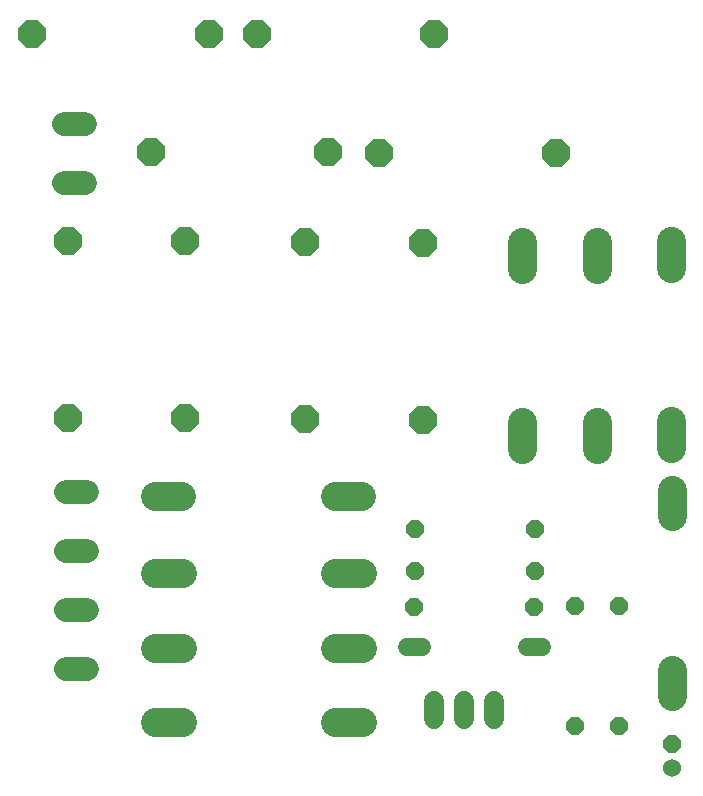
<source format=gbr>
G04 EAGLE Gerber RS-274X export*
G75*
%MOMM*%
%FSLAX34Y34*%
%LPD*%
%INSoldermask Top*%
%IPPOS*%
%AMOC8*
5,1,8,0,0,1.08239X$1,22.5*%
G01*
%ADD10P,2.556822X8X202.500000*%
%ADD11P,2.556822X8X22.500000*%
%ADD12P,2.556822X8X112.500000*%
%ADD13P,1.649562X8X112.500000*%
%ADD14C,1.524000*%
%ADD15C,2.451100*%
%ADD16C,1.524000*%
%ADD17P,1.649562X8X22.500000*%
%ADD18P,1.649562X8X292.500000*%
%ADD19P,1.649562X8X202.500000*%
%ADD20C,1.727200*%
%ADD21C,1.993900*%


D10*
X268876Y787315D03*
X119016Y787315D03*
D11*
X312057Y786758D03*
X461917Y786758D03*
D12*
X48646Y562318D03*
X48646Y712178D03*
X147942Y562273D03*
X147942Y712133D03*
D13*
X560436Y286367D03*
D14*
X560436Y266047D03*
D15*
X433221Y536167D02*
X433221Y558646D01*
X433221Y688567D02*
X433221Y711046D01*
X496274Y711313D02*
X496274Y688834D01*
X496274Y558913D02*
X496274Y536434D01*
X559291Y537017D02*
X559291Y559496D01*
X559291Y689417D02*
X559291Y711896D01*
X560059Y501831D02*
X560059Y479352D01*
X560059Y349431D02*
X560059Y326952D01*
X297738Y431375D02*
X275259Y431375D01*
X145338Y431375D02*
X122859Y431375D01*
X274800Y496019D02*
X297279Y496019D01*
X144879Y496019D02*
X122400Y496019D01*
X122592Y304625D02*
X145071Y304625D01*
X274992Y304625D02*
X297471Y304625D01*
X145249Y367556D02*
X122770Y367556D01*
X275170Y367556D02*
X297649Y367556D01*
D16*
X437218Y368249D02*
X450426Y368249D01*
X348826Y368249D02*
X335618Y368249D01*
D17*
X342415Y432575D03*
X444015Y432575D03*
D18*
X477711Y403018D03*
X477711Y301418D03*
X515475Y403079D03*
X515475Y301479D03*
D19*
X443751Y402167D03*
X342151Y402167D03*
X444093Y468030D03*
X342493Y468030D03*
D20*
X358878Y323116D02*
X358878Y307876D01*
X384278Y307876D02*
X384278Y323116D01*
X409678Y323116D02*
X409678Y307876D01*
D21*
X63073Y761139D02*
X45166Y761139D01*
X45166Y811139D02*
X63073Y811139D01*
X64830Y349601D02*
X46923Y349601D01*
X46923Y399601D02*
X64830Y399601D01*
X64830Y449601D02*
X46923Y449601D01*
X46923Y499601D02*
X64830Y499601D01*
D12*
X249695Y561236D03*
X249695Y711096D03*
D11*
X18195Y887505D03*
X168055Y887505D03*
D12*
X349243Y560742D03*
X349243Y710602D03*
D11*
X208932Y887394D03*
X358792Y887394D03*
M02*

</source>
